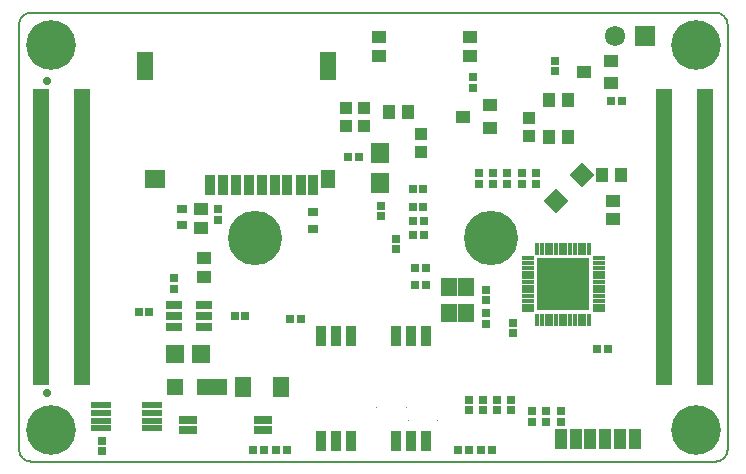
<source format=gts>
%FSLAX44Y44*%
%MOMM*%
G71*
G01*
G75*
G04 Layer_Color=8388736*
%ADD10R,1.5000X0.4000*%
%ADD11R,0.6000X0.5000*%
%ADD12R,1.2000X1.6000*%
%ADD13R,0.5000X0.6000*%
%ADD14R,1.3970X1.3970*%
%ADD15R,1.2700X0.5080*%
%ADD16R,1.0160X0.8890*%
%ADD17R,0.8890X1.0160*%
%ADD18P,1.8385X4X90.0*%
%ADD19R,0.7000X0.6000*%
%ADD20R,1.4000X0.6000*%
%ADD21R,0.8000X1.6000*%
%ADD22R,1.2500X0.3000*%
%ADD23R,1.2000X1.4000*%
%ADD24R,1.2000X2.2000*%
%ADD25R,1.6000X1.4000*%
%ADD26R,1.1000X1.4000*%
%ADD27R,0.7000X1.6000*%
%ADD28R,1.0668X0.8128*%
G04:AMPARAMS|DCode=29|XSize=0.22mm|YSize=0.8mm|CornerRadius=0mm|HoleSize=0mm|Usage=FLASHONLY|Rotation=180.000|XOffset=0mm|YOffset=0mm|HoleType=Round|Shape=RoundedRectangle|*
%AMROUNDEDRECTD29*
21,1,0.2200,0.8000,0,0,180.0*
21,1,0.2200,0.8000,0,0,180.0*
1,1,0.0000,-0.1100,0.4000*
1,1,0.0000,0.1100,0.4000*
1,1,0.0000,0.1100,-0.4000*
1,1,0.0000,-0.1100,-0.4000*
%
%ADD29ROUNDEDRECTD29*%
%ADD30R,4.3000X4.3000*%
G04:AMPARAMS|DCode=31|XSize=0.22mm|YSize=0.8mm|CornerRadius=0mm|HoleSize=0mm|Usage=FLASHONLY|Rotation=270.000|XOffset=0mm|YOffset=0mm|HoleType=Round|Shape=RoundedRectangle|*
%AMROUNDEDRECTD31*
21,1,0.2200,0.8000,0,0,270.0*
21,1,0.2200,0.8000,0,0,270.0*
1,1,0.0000,-0.4000,-0.1100*
1,1,0.0000,-0.4000,0.1100*
1,1,0.0000,0.4000,0.1100*
1,1,0.0000,0.4000,-0.1100*
%
%ADD31ROUNDEDRECTD31*%
%ADD32R,0.8128X0.8128*%
%ADD33R,0.7600X1.5200*%
%ADD34R,1.2954X1.6002*%
%ADD35R,1.2000X1.2500*%
%ADD36R,2.4000X1.2500*%
%ADD37C,0.4000*%
%ADD38C,0.2000*%
%ADD39C,0.1270*%
%ADD40C,0.2540*%
%ADD41C,0.6000*%
%ADD42C,0.3000*%
%ADD43R,1.3000X1.2000*%
%ADD44C,0.0254*%
%ADD45C,1.5240*%
%ADD46R,1.5240X1.5240*%
G04:AMPARAMS|DCode=47|XSize=4mm|YSize=4mm|CornerRadius=2mm|HoleSize=0mm|Usage=FLASHONLY|Rotation=0.000|XOffset=0mm|YOffset=0mm|HoleType=Round|Shape=RoundedRectangle|*
%AMROUNDEDRECTD47*
21,1,4.0000,0.0000,0,0,0.0*
21,1,0.0000,4.0000,0,0,0.0*
1,1,4.0000,0.0000,0.0000*
1,1,4.0000,0.0000,0.0000*
1,1,4.0000,0.0000,0.0000*
1,1,4.0000,0.0000,0.0000*
%
%ADD47ROUNDEDRECTD47*%
%ADD48C,0.5000*%
%ADD49C,4.4000*%
%ADD50C,3.6000*%
%ADD51C,0.8000*%
%ADD52R,0.7250X2.3500*%
%ADD53P,1.8385X4X180.0*%
%ADD54R,0.8128X0.8128*%
%ADD55R,1.1000X0.5000*%
%ADD56R,0.6000X0.3500*%
%ADD57R,0.3500X0.6000*%
%ADD58R,0.3500X1.0000*%
%ADD59R,2.1500X6.3000*%
G04:AMPARAMS|DCode=60|XSize=2mm|YSize=2mm|CornerRadius=0mm|HoleSize=0mm|Usage=FLASHONLY|Rotation=180.000|XOffset=0mm|YOffset=0mm|HoleType=Round|Shape=RoundedRectangle|*
%AMROUNDEDRECTD60*
21,1,2.0000,2.0000,0,0,180.0*
21,1,2.0000,2.0000,0,0,180.0*
1,1,0.0000,-1.0000,1.0000*
1,1,0.0000,1.0000,1.0000*
1,1,0.0000,1.0000,-1.0000*
1,1,0.0000,-1.0000,-1.0000*
%
%ADD60ROUNDEDRECTD60*%
%ADD61R,1.3970X1.3970*%
%ADD62R,1.6000X2.2000*%
%ADD63R,2.1000X3.0000*%
%ADD64R,0.8000X2.1000*%
%ADD65R,1.0000X1.5000*%
%ADD66R,1.5000X0.8000*%
%ADD67R,0.7500X0.2000*%
%ADD68R,0.2000X0.7500*%
%ADD69R,0.5000X1.1000*%
%ADD70R,2.0320X0.6096*%
%ADD71O,2.0320X0.6096*%
%ADD72R,1.6000X1.2000*%
%ADD73C,0.8000*%
%ADD74R,1.9250X2.3500*%
%ADD75C,4.0000*%
%ADD76C,0.1200*%
%ADD77C,0.1250*%
%ADD78C,0.1524*%
%ADD79C,0.2032*%
%ADD80C,0.1000*%
%ADD81R,1.7000X0.6000*%
%ADD82R,0.8000X0.7000*%
%ADD83R,1.4000X1.8000*%
%ADD84R,0.7000X0.8000*%
%ADD85R,1.5970X1.5970*%
%ADD86R,1.4700X0.7080*%
%ADD87R,1.2160X1.0890*%
%ADD88R,1.0890X1.2160*%
%ADD89P,2.1213X4X90.0*%
%ADD90R,0.9000X0.8000*%
%ADD91R,1.6000X0.8000*%
%ADD92R,1.0000X1.8000*%
%ADD93R,1.4500X0.5000*%
%ADD94R,1.4000X1.6000*%
%ADD95R,1.4000X2.4000*%
%ADD96R,1.8000X1.6000*%
%ADD97R,1.3000X1.6000*%
%ADD98R,0.9000X1.8000*%
%ADD99R,1.2668X1.0128*%
G04:AMPARAMS|DCode=100|XSize=0.42mm|YSize=1mm|CornerRadius=0mm|HoleSize=0mm|Usage=FLASHONLY|Rotation=180.000|XOffset=0mm|YOffset=0mm|HoleType=Round|Shape=RoundedRectangle|*
%AMROUNDEDRECTD100*
21,1,0.4200,1.0000,0,0,180.0*
21,1,0.4200,1.0000,0,0,180.0*
1,1,0.0000,-0.2100,0.5000*
1,1,0.0000,0.2100,0.5000*
1,1,0.0000,0.2100,-0.5000*
1,1,0.0000,-0.2100,-0.5000*
%
%ADD100ROUNDEDRECTD100*%
%ADD101R,4.5000X4.5000*%
G04:AMPARAMS|DCode=102|XSize=0.42mm|YSize=1mm|CornerRadius=0mm|HoleSize=0mm|Usage=FLASHONLY|Rotation=270.000|XOffset=0mm|YOffset=0mm|HoleType=Round|Shape=RoundedRectangle|*
%AMROUNDEDRECTD102*
21,1,0.4200,1.0000,0,0,270.0*
21,1,0.4200,1.0000,0,0,270.0*
1,1,0.0000,-0.5000,-0.2100*
1,1,0.0000,-0.5000,0.2100*
1,1,0.0000,0.5000,0.2100*
1,1,0.0000,0.5000,-0.2100*
%
%ADD102ROUNDEDRECTD102*%
%ADD103R,1.0128X1.0128*%
%ADD104R,0.9600X1.7200*%
%ADD105R,1.4954X1.8002*%
%ADD106R,1.4000X1.4500*%
%ADD107R,2.6000X1.4500*%
%ADD108C,1.7240*%
%ADD109R,1.7240X1.7240*%
G04:AMPARAMS|DCode=110|XSize=4.2mm|YSize=4.2mm|CornerRadius=2.1mm|HoleSize=0mm|Usage=FLASHONLY|Rotation=0.000|XOffset=0mm|YOffset=0mm|HoleType=Round|Shape=RoundedRectangle|*
%AMROUNDEDRECTD110*
21,1,4.2000,0.0000,0,0,0.0*
21,1,0.0000,4.2000,0,0,0.0*
1,1,4.2000,0.0000,0.0000*
1,1,4.2000,0.0000,0.0000*
1,1,4.2000,0.0000,0.0000*
1,1,4.2000,0.0000,0.0000*
%
%ADD110ROUNDEDRECTD110*%
%ADD111C,0.7000*%
%ADD112C,4.6000*%
D38*
X-290000Y190000D02*
G03*
X-300000Y180000I0J-10000D01*
G01*
Y-180000D02*
G03*
X-290000Y-190000I10000J0D01*
G01*
X299941Y180000D02*
G03*
X289941Y190000I-10000J0D01*
G01*
Y-190000D02*
G03*
X299941Y-180000I0J10000D01*
G01*
X-290000Y190000D02*
X289941Y190000D01*
X-290000Y-190000D02*
X289941Y-190000D01*
X-300000Y-180000D02*
Y180000D01*
X300000Y-180000D02*
Y180000D01*
D44*
X28993Y-154584D02*
X29000D01*
X2493Y-143984D02*
X2500D01*
X27493D02*
X27500D01*
X53993Y-154584D02*
X54000D01*
D81*
X-230500Y-162000D02*
D03*
Y-155500D02*
D03*
Y-149000D02*
D03*
Y-142500D02*
D03*
X-187500D02*
D03*
Y-149000D02*
D03*
Y-155500D02*
D03*
Y-162000D02*
D03*
D82*
X-169000Y-34500D02*
D03*
Y-43500D02*
D03*
X18892Y-10367D02*
D03*
Y-1367D02*
D03*
X125730Y54230D02*
D03*
Y45230D02*
D03*
X89482D02*
D03*
Y54230D02*
D03*
X118356Y-72500D02*
D03*
Y-81500D02*
D03*
X101424Y45230D02*
D03*
Y54230D02*
D03*
X113444Y45230D02*
D03*
Y54230D02*
D03*
X95130Y-64621D02*
D03*
Y-73621D02*
D03*
X95049Y-53566D02*
D03*
Y-44566D02*
D03*
X137797Y45230D02*
D03*
Y54230D02*
D03*
X-230000Y-181500D02*
D03*
Y-172500D02*
D03*
X-131268Y23606D02*
D03*
Y14606D02*
D03*
X6172Y26490D02*
D03*
Y17490D02*
D03*
X146440Y-156310D02*
D03*
Y-147310D02*
D03*
X134440Y-156310D02*
D03*
Y-147310D02*
D03*
X158610Y-156310D02*
D03*
Y-147310D02*
D03*
X84000Y135500D02*
D03*
Y126500D02*
D03*
X154000Y149500D02*
D03*
Y140500D02*
D03*
X81000Y-137500D02*
D03*
Y-146500D02*
D03*
X93000Y-137500D02*
D03*
Y-146500D02*
D03*
X105000Y-137500D02*
D03*
Y-146500D02*
D03*
X117000Y-137500D02*
D03*
Y-146500D02*
D03*
D83*
X-78000Y-127000D02*
D03*
X-110000D02*
D03*
D84*
X-117500Y-67000D02*
D03*
X-108500D02*
D03*
X-198500Y-63000D02*
D03*
X-189500D02*
D03*
X-61500Y-69000D02*
D03*
X-70500D02*
D03*
X-12208Y67728D02*
D03*
X-21208D02*
D03*
X35568Y-25812D02*
D03*
X44568D02*
D03*
X42551Y1418D02*
D03*
X33551D02*
D03*
X80953Y-180474D02*
D03*
X71953D02*
D03*
X91500D02*
D03*
X100500D02*
D03*
X-82053D02*
D03*
X-73053D02*
D03*
X-92600D02*
D03*
X-101600D02*
D03*
X198500Y-95000D02*
D03*
X189500D02*
D03*
X201500Y115000D02*
D03*
X210500D02*
D03*
X42551Y13662D02*
D03*
X33551D02*
D03*
X42403Y25493D02*
D03*
X33403D02*
D03*
X33500Y41000D02*
D03*
X42500D02*
D03*
X35568Y-40517D02*
D03*
X44568D02*
D03*
D85*
X-167795Y-99000D02*
D03*
X-146205D02*
D03*
D86*
X-169000Y-57500D02*
D03*
Y-67000D02*
D03*
Y-76500D02*
D03*
X-143000D02*
D03*
Y-67000D02*
D03*
Y-57500D02*
D03*
D87*
X203000Y14999D02*
D03*
Y31001D02*
D03*
X-146000Y7999D02*
D03*
Y24001D02*
D03*
X81730Y153499D02*
D03*
Y169501D02*
D03*
X5000Y153499D02*
D03*
Y169501D02*
D03*
X-143000Y-17999D02*
D03*
Y-34001D02*
D03*
D88*
X148999Y85000D02*
D03*
X165001D02*
D03*
X193999Y53000D02*
D03*
X210001D02*
D03*
X12999Y106000D02*
D03*
X29001D02*
D03*
X148999Y116000D02*
D03*
X165001D02*
D03*
D89*
X155000Y31000D02*
D03*
X177000Y53000D02*
D03*
D90*
X-162000Y24100D02*
D03*
Y9900D02*
D03*
X-51000Y6900D02*
D03*
Y21100D02*
D03*
D91*
X-156500Y-163200D02*
D03*
X-93500D02*
D03*
Y-154800D02*
D03*
X-156500D02*
D03*
D92*
X221250Y-171000D02*
D03*
X208750D02*
D03*
X196250D02*
D03*
X183750D02*
D03*
X171250D02*
D03*
X158750D02*
D03*
D93*
X246450Y122500D02*
D03*
X280950D02*
D03*
X246450Y117500D02*
D03*
X280950D02*
D03*
Y112500D02*
D03*
X246450D02*
D03*
X280950Y42500D02*
D03*
X246450D02*
D03*
X280950Y47500D02*
D03*
X246450D02*
D03*
X280950Y52500D02*
D03*
X246450D02*
D03*
X280950Y57500D02*
D03*
X246450D02*
D03*
X280950Y62500D02*
D03*
X246450D02*
D03*
X280950Y67500D02*
D03*
X246450D02*
D03*
Y107500D02*
D03*
X280950D02*
D03*
X246450Y102500D02*
D03*
X280950D02*
D03*
X246450Y97500D02*
D03*
X280950D02*
D03*
X246450Y92500D02*
D03*
X280950D02*
D03*
X246450Y87500D02*
D03*
X280950D02*
D03*
X246450Y82500D02*
D03*
X280950D02*
D03*
X246450Y77500D02*
D03*
X280950D02*
D03*
Y72500D02*
D03*
X246450D02*
D03*
Y-77500D02*
D03*
X280950D02*
D03*
Y-72500D02*
D03*
X246450D02*
D03*
X280950Y-67500D02*
D03*
X246450D02*
D03*
X280950Y-62500D02*
D03*
X246450D02*
D03*
X280950Y-57500D02*
D03*
X246450D02*
D03*
X280950Y-52500D02*
D03*
X246450D02*
D03*
X280950Y-47500D02*
D03*
X246450D02*
D03*
X280950Y-42500D02*
D03*
X246450D02*
D03*
Y-82500D02*
D03*
X280950D02*
D03*
X246450Y-87500D02*
D03*
X280950D02*
D03*
X246450Y-92500D02*
D03*
X280950D02*
D03*
X246450Y-97500D02*
D03*
X280950D02*
D03*
X246450Y-102500D02*
D03*
X280950D02*
D03*
X246450Y-107500D02*
D03*
X280950D02*
D03*
X246450Y-112500D02*
D03*
X280950D02*
D03*
Y-117500D02*
D03*
X246450D02*
D03*
X280950Y-122500D02*
D03*
X246450D02*
D03*
Y-37500D02*
D03*
X280950D02*
D03*
Y-32500D02*
D03*
X246450D02*
D03*
X280950Y-27500D02*
D03*
X246450D02*
D03*
X280950Y-22500D02*
D03*
X246450D02*
D03*
X280950Y-17500D02*
D03*
X246450D02*
D03*
X280950Y-12500D02*
D03*
X246450D02*
D03*
X280950Y-7500D02*
D03*
X246450D02*
D03*
X280950Y-2500D02*
D03*
X246450D02*
D03*
Y37500D02*
D03*
X280950D02*
D03*
X246450Y32500D02*
D03*
X280950D02*
D03*
X246450Y27500D02*
D03*
X280950D02*
D03*
X246450Y22500D02*
D03*
X280950D02*
D03*
X246450Y17500D02*
D03*
X280950D02*
D03*
X246450Y12500D02*
D03*
X280950D02*
D03*
X246450Y7500D02*
D03*
X280950D02*
D03*
Y2500D02*
D03*
X246450D02*
D03*
X-280950Y2500D02*
D03*
Y7500D02*
D03*
Y12500D02*
D03*
Y17500D02*
D03*
Y22500D02*
D03*
Y27500D02*
D03*
Y32500D02*
D03*
Y37500D02*
D03*
Y-2500D02*
D03*
Y-7500D02*
D03*
Y-12500D02*
D03*
Y-17500D02*
D03*
Y-22500D02*
D03*
Y-27500D02*
D03*
Y-32500D02*
D03*
Y-37500D02*
D03*
Y-122500D02*
D03*
Y-117500D02*
D03*
Y-112500D02*
D03*
Y-107500D02*
D03*
Y-102500D02*
D03*
Y-97500D02*
D03*
Y-92500D02*
D03*
Y-87500D02*
D03*
Y-82500D02*
D03*
Y-42500D02*
D03*
Y-47500D02*
D03*
Y-52500D02*
D03*
Y-57500D02*
D03*
Y-62500D02*
D03*
Y-67500D02*
D03*
Y-72500D02*
D03*
Y-77500D02*
D03*
Y72500D02*
D03*
Y77500D02*
D03*
Y82500D02*
D03*
Y87500D02*
D03*
Y92500D02*
D03*
Y97500D02*
D03*
Y102500D02*
D03*
Y107500D02*
D03*
Y67500D02*
D03*
Y62500D02*
D03*
Y57500D02*
D03*
Y52500D02*
D03*
Y47500D02*
D03*
Y42500D02*
D03*
Y112500D02*
D03*
Y117500D02*
D03*
Y122500D02*
D03*
X-246450D02*
D03*
Y117500D02*
D03*
Y112500D02*
D03*
Y42500D02*
D03*
Y47500D02*
D03*
Y52500D02*
D03*
Y57500D02*
D03*
Y62500D02*
D03*
Y67500D02*
D03*
Y107500D02*
D03*
Y102500D02*
D03*
Y97500D02*
D03*
Y92500D02*
D03*
Y87500D02*
D03*
Y82500D02*
D03*
Y77500D02*
D03*
Y72500D02*
D03*
Y-77500D02*
D03*
Y-72500D02*
D03*
Y-67500D02*
D03*
Y-62500D02*
D03*
Y-57500D02*
D03*
Y-52500D02*
D03*
Y-47500D02*
D03*
Y-42500D02*
D03*
Y-82500D02*
D03*
Y-87500D02*
D03*
Y-92500D02*
D03*
Y-97500D02*
D03*
Y-102500D02*
D03*
Y-107500D02*
D03*
Y-112500D02*
D03*
Y-117500D02*
D03*
Y-122500D02*
D03*
Y-37500D02*
D03*
Y-32500D02*
D03*
Y-27500D02*
D03*
Y-22500D02*
D03*
Y-17500D02*
D03*
Y-12500D02*
D03*
Y-7500D02*
D03*
Y-2500D02*
D03*
Y37500D02*
D03*
Y32500D02*
D03*
Y27500D02*
D03*
Y22500D02*
D03*
Y17500D02*
D03*
Y12500D02*
D03*
Y7500D02*
D03*
Y2500D02*
D03*
D94*
X63736Y-42611D02*
D03*
Y-64612D02*
D03*
X78736D02*
D03*
Y-42611D02*
D03*
D95*
X-193626Y145198D02*
D03*
X-38539Y145201D02*
D03*
D96*
X-184616Y49201D02*
D03*
D97*
X-38596Y49111D02*
D03*
D98*
X-138659Y44118D02*
D03*
X-127606D02*
D03*
X-116646D02*
D03*
X-105630D02*
D03*
X-94590D02*
D03*
X-83623D02*
D03*
X-72656D02*
D03*
X-61606D02*
D03*
X-50653D02*
D03*
D99*
X98544Y92411D02*
D03*
Y111487D02*
D03*
X75608Y101949D02*
D03*
X201544Y130412D02*
D03*
Y149487D02*
D03*
X178608Y139949D02*
D03*
D100*
X162678Y-70000D02*
D03*
X158678D02*
D03*
X154678D02*
D03*
X150678D02*
D03*
X146678D02*
D03*
X142678D02*
D03*
X138678D02*
D03*
X166678D02*
D03*
X170678D02*
D03*
X174678D02*
D03*
X178678D02*
D03*
X182678D02*
D03*
X142678Y-10000D02*
D03*
X138678D02*
D03*
X146678D02*
D03*
X150678D02*
D03*
X182678D02*
D03*
X178678D02*
D03*
X174678D02*
D03*
X170678D02*
D03*
X166678D02*
D03*
X154678D02*
D03*
X158678D02*
D03*
X162678D02*
D03*
D101*
X160678Y-40000D02*
D03*
D102*
X190678Y-42000D02*
D03*
Y-38000D02*
D03*
Y-34000D02*
D03*
Y-46000D02*
D03*
Y-50000D02*
D03*
Y-54000D02*
D03*
Y-58000D02*
D03*
Y-62000D02*
D03*
Y-30000D02*
D03*
Y-26000D02*
D03*
Y-18000D02*
D03*
Y-22000D02*
D03*
X130678Y-58000D02*
D03*
Y-62000D02*
D03*
Y-54000D02*
D03*
Y-50000D02*
D03*
Y-18000D02*
D03*
Y-22000D02*
D03*
Y-26000D02*
D03*
Y-30000D02*
D03*
Y-34000D02*
D03*
Y-46000D02*
D03*
Y-42000D02*
D03*
Y-38000D02*
D03*
D103*
X40000Y72380D02*
D03*
Y87620D02*
D03*
X-23000Y109620D02*
D03*
Y94380D02*
D03*
X-8000Y109620D02*
D03*
Y94380D02*
D03*
X132000Y85380D02*
D03*
Y100620D02*
D03*
D104*
X44520Y-172450D02*
D03*
X31820D02*
D03*
X19120D02*
D03*
X-18980D02*
D03*
X-31680D02*
D03*
X-44380D02*
D03*
X-44520Y-83550D02*
D03*
X-31820D02*
D03*
X-19120D02*
D03*
X18980D02*
D03*
X31680D02*
D03*
X44363D02*
D03*
D105*
X5811Y45667D02*
D03*
Y71067D02*
D03*
D106*
X-167500Y-126717D02*
D03*
D107*
X-136750D02*
D03*
D108*
X204300Y170000D02*
D03*
D109*
X229700D02*
D03*
D110*
X273000Y-163000D02*
D03*
X-273000D02*
D03*
X273000Y163000D02*
D03*
X-273000D02*
D03*
D111*
X-276200Y132000D02*
D03*
Y-132000D02*
D03*
D112*
X100000Y-1000D02*
D03*
X-100000D02*
D03*
M02*

</source>
